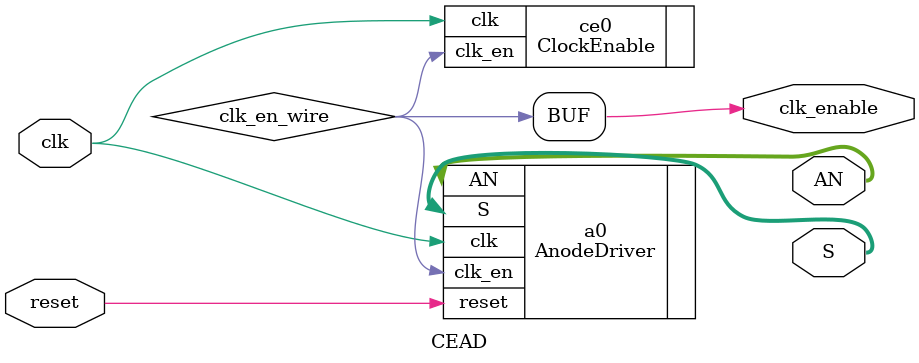
<source format=v>
`timescale 1ns / 1ps

module CEAD(
input clk,
input reset,
output wire [3:0] AN,
output wire [1:0] S,
output wire clk_enable
    );
wire clk_en_wire;
assign clk_enable = clk_en_wire;

ClockEnable ce0 (.clk(clk), .clk_en(clk_en_wire));
AnodeDriver a0 ( .reset(reset), .clk_en(clk_en_wire),
 .clk(clk), .AN(AN), .S(S));
    
endmodule

</source>
